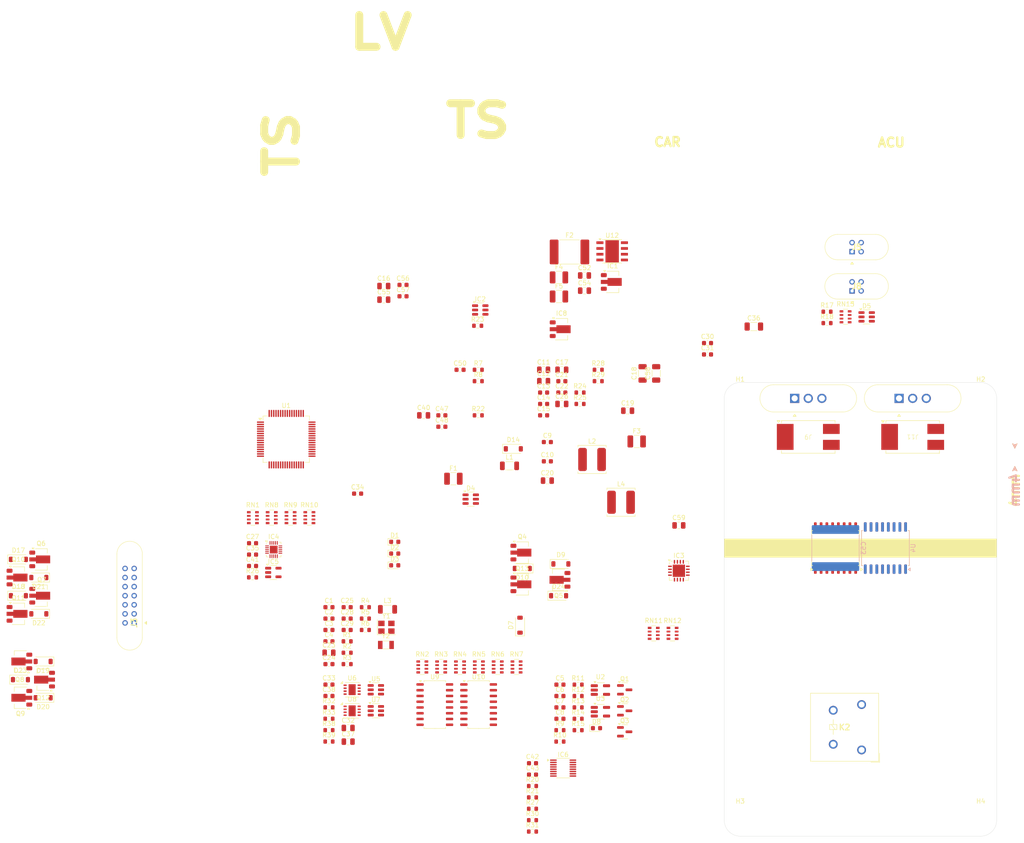
<source format=kicad_pcb>
(kicad_pcb (version 20240108) (generator "pcbnew") (generator_version "8.0")
  (layers (0 "F.Cu" jumper) (1 "In1.Cu" signal) (2 "In2.Cu" signal) (31 "B.Cu" signal) (34 "B.Paste" user) (35 "F.Paste" user) (36 "B.SilkS" user "B.Silkscreen") (37 "F.SilkS" user "F.Silkscreen") (38 "B.Mask" user) (39 "F.Mask" user) (44 "Edge.Cuts" user))
  (net 0 "")
  (net 1 "GND")
  (net 2 "+5V")
  (net 3 "+3V3")
  (net 4 "VBUS")
  (net 5 "D+")
  (net 6 "VDD")
  (net 7 "/MCU/CLK_OUT")
  (net 8 "/MCU_D-")
  (net 9 "/MCU_D+")
  (net 10 "Net-(C15-Pad1)")
  (net 11 "Net-(D2-K)")
  (net 12 "D-")
  (net 13 "/Power/SW_12V")
  (net 14 "+12V")
  (net 15 "Net-(Q5-G)")
  (net 16 "Net-(Q6-G)")
  (net 17 "Net-(D1-K)")
  (net 18 "Net-(D8-A)")
  (net 19 "CANFD1+")
  (net 20 "CANFD2+")
  (net 21 "CANFD1-")
  (net 22 "CANFD2-")
  (net 23 "/MCU_CANFD2_RX")
  (net 24 "/MCU_CANFD2_TX")
  (net 25 "/MCU_CANFD1_RX")
  (net 26 "/MCU_CANFD1_TX")
  (net 27 "/MCU/CLK_IN")
  (net 28 "/MCU/RTC_CLK_IN")
  (net 29 "/MCU/RTC_CLK_OUT")
  (net 30 "Net-(IC2-FB)")
  (net 31 "Net-(D3-K)")
  (net 32 "Net-(Q7-G)")
  (net 33 "Net-(Q9-G)")
  (net 34 "Net-(Q12-G)")
  (net 35 "Net-(Q13-G)")
  (net 36 "Net-(FL1-Pad2)")
  (net 37 "Net-(FL1-Pad3)")
  (net 38 "EX_VBUS")
  (net 39 "/Safety/IN_DELAY")
  (net 40 "Net-(J6-CC2)")
  (net 41 "Net-(J6-CC1)")
  (net 42 "Net-(Q4-G)")
  (net 43 "Net-(Q8-G)")
  (net 44 "Net-(Q10-G)")
  (net 45 "Net-(Q11-G)")
  (net 46 "Net-(R32-Pad1)")
  (net 47 "Net-(R33-Pad2)")
  (net 48 "Net-(R38-Pad1)")
  (net 49 "Net-(R39-Pad2)")
  (net 50 "/Safety/CAP_VOLT")
  (net 51 "Net-(U1B-VDDA)")
  (net 52 "Net-(IC3D-+)")
  (net 53 "Net-(J5-Pin_3)")
  (net 54 "Net-(IC3A-+)")
  (net 55 "Net-(RN13C-R3.1)")
  (net 56 "Net-(IC3B-+)")
  (net 57 "/Safety/RELAY-")
  (net 58 "/AIR Control/DRAIN1")
  (net 59 "TSMS")
  (net 60 "/AIR Control/DRAIN2")
  (net 61 "/FAN1-")
  (net 62 "/FAN5-")
  (net 63 "/FAN2-")
  (net 64 "/FAN6-")
  (net 65 "/FAN3-")
  (net 66 "/FAN7-")
  (net 67 "/FAN4-")
  (net 68 "/AIR Control/DRAIN3")
  (net 101 "/Safety/EDGE_DETECT")
  (net 102 "/Safety/AMS_OK")
  (net 103 "/Safety/AMS_FAULT")
  (net 104 "/MCU/SIGNAL_LED_3")
  (net 105 "/MCU/SIGNAL_LED_2")
  (net 106 "/MCU/SIGNAL_LED_1")
  (net 107 "/MCU/NRST")
  (net 108 "/MCU/MES_MISO")
  (net 109 "/MCU/LTC_MISO")
  (net 110 "/AIR Control/SIGNAL1")
  (net 111 "/AIR Control/SIGNAL2")
  (net 112 "/Fan drivers/FAN1_CTRL")
  (net 113 "/Fan drivers/FAN5_CTRL")
  (net 114 "/Fan drivers/FAN2_CTRL")
  (net 115 "/Fan drivers/FAN6_CTRL")
  (net 116 "/Fan drivers/FAN3_CTRL")
  (net 117 "/Fan drivers/FAN7_CTRL")
  (net 118 "/Fan drivers/FAN4_CTRL")
  (net 119 "/AIR Control/SIGNAL3")
  (net 120 "Net-(RN2B-R2.1)")
  (net 121 "Net-(RN2C-R3.1)")
  (net 122 "Net-(RN2D-R4.1)")
  (net 123 "Net-(RN2D-R4.2)")
  (net 124 "Net-(RN2A-R1.1)")
  (net 125 "Net-(RN2C-R3.2)")
  (net 126 "Net-(RN2B-R2.2)")
  (net 127 "Net-(RN2A-R1.2)")
  (net 129 "Net-(RN3B-R2.1)")
  (net 130 "Net-(RN3C-R3.1)")
  (net 132 "Net-(IC3C-+)")
  (net 133 "Net-(RN3D-R4.1)")
  (net 135 "Net-(RN3A-R1.1)")
  (net 137 "+3.3V")
  (net 140 "/Opto Isolation/OPT_IN6")
  (net 141 "/Opto Isolation/OPT_IN7")
  (net 142 "/Opto Isolation/OPT_IN5")
  (net 143 "/Opto Isolation/OPT_IN8")
  (net 144 "/Opto Isolation/~{OPT_OUT4}")
  (net 145 "Net-(RN6B-R2.1)")
  (net 146 "Net-(RN6D-R4.1)")
  (net 147 "Net-(RN6C-R3.1)")
  (net 148 "Net-(RN6A-R1.1)")
  (net 149 "/Opto Isolation/~{OPT_OUT3}")
  (net 150 "/Opto Isolation/~{OPT_OUT1}")
  (net 151 "/Opto Isolation/~{OPT_OUT2}")
  (net 152 "/Opto Isolation/OPT_IN1")
  (net 154 "/MCU/FAN_6_CTRL")
  (net 156 "/MCU/LTC_SCK")
  (net 157 "/MCU/FAN_5_CTRL")
  (net 158 "/MCU/SENS_IMD")
  (net 159 "/MCU/MCU_CANFD1_RX")
  (net 160 "/MCU/SIGNAL_AIR_M")
  (net 161 "/MCU/MCU_D+")
  (net 162 "/MCU/FAN_7_CTRL")
  (net 163 "/MCU/MCU_CANFD1_TX")
  (net 164 "/MCU/SWDIO")
  (net 165 "/MCU/MES_SCK")
  (net 166 "/MCU/DETECT_CHARGER")
  (net 167 "/MCU/BOOT")
  (net 168 "/MCU/~{MES_EXT_I_CS}")
  (net 169 "/MCU/~{MES_V_ACU_CS}")
  (net 170 "/MCU/SIGNAL_AMS_FAULT")
  (net 171 "/MCU/FAN_2_CTRL")
  (net 172 "/MCU/MCU_CANFD2_TX")
  (net 173 "/MCU/DETECT_AIR_PRE")
  (net 175 "/MCU/SIGNAL_AIR_PRE")
  (net 176 "/MCU/DETECT_AIR_P")
  (net 178 "/MCU/SIGNAL_AIR_P")
  (net 179 "/MCU/LTC_MOSI")
  (net 180 "/MCU/MES_MOSI")
  (net 181 "/MCU/SWCLK")
  (net 182 "/MCU/LTC_1_~{CS}")
  (net 185 "/MCU/FAN_4_CTRL")
  (net 186 "/MCU/~{MES_V_CAR_CS}")
  (net 187 "/MCU/~{MES_EXT_V_CS}")
  (net 188 "/MCU/MCU_D-")
  (net 189 "/MCU/FAN_3_CTRL")
  (net 190 "/MCU/DETECT_TSMS")
  (net 191 "/MCU/~{MES_I_SENS_CS}")
  (net 192 "/MCU/FAN_1_CTRL")
  (net 193 "/MCU/DETECT_AIR_M")
  (net 194 "/MCU/MCU_CANFD2_RX")
  (net 195 "/MCU/LTC_2_~{CS}")
  (net 196 "/I+")
  (net 197 "/I-")
  (net 198 "Net-(IC2-BOOT)")
  (net 199 "Net-(IC2-EN)")
  (net 200 "Net-(J7-Pin_1)")
  (net 202 "GNDISO")
  (net 203 "+3.3VISO")
  (net 204 "+5VISO")
  (net 205 "Net-(J10-Pin_1)")
  (net 207 "Net-(U12-VCC)")
  (net 208 "Net-(U12-BOOT)")
  (net 209 "Net-(IC2-VIN)")
  (net 210 "Net-(IC1-VI)")
  (net 211 "Net-(U12-EN)")
  (net 212 "Net-(U12-FB)")
  (net 214 "/Power/SW_5V")
  (net 215 "12V")
  (net 218 "/ACU_V")
  (net 219 "/CAR_I_ADC")
  (net 224 "/OUT+")
  (net 225 "/Opto Isolation/OPT_IN3")
  (net 226 "/Opto Isolation/OPT_IN2")
  (net 227 "/OUT-")
  (net 228 "Net-(J8-Pin_3)")
  (net 229 "/Opto Isolation/OPT_IN4")
  (net 230 "/Opto Isolation/~{OPT_OUT5}")
  (net 231 "/CAR_I")
  (net 232 "/CAR_V")
  (net 233 "/CAR_V_ADC")
  (net 234 "/ACU_V_ADC")
  (net 237 "/CAR_I_REF_ADC")
  (net 238 "Net-(IC4-CAP)")
  (net 239 "/CAR_I_REF")
  (net 251 "/8.192MHZ")
  (net 252 "Net-(IC5-SET)")
  (net 260 "Net-(IC6-ICMP)")
  (net 262 "Net-(IC6-IBIAS)")
  (net 263 "AMS_SAFETY_1")
  (net 264 "AMS_SAFETY_2")
  (net 265 "/Safety/IN")
  (net 270 "/Opto Isolation/~{OPT_OUT6}")
  (net 271 "/Opto Isolation/~{OPT_OUT7}")
  (net 272 "/Opto Isolation/~{OPT_OUT8}")
  (footprint "Resistor_SMD:R_Array_Convex_4x0603" (layer "F.Cu") (at 152.6325 107.705)
    (property "Reference" "RN3")
    (property "Value" "500")
  )
  (footprint "Resistor_SMD:R_Array_Convex_4x0603" (layer "F.Cu") (at 203.6 100.3)
    (property "Reference" "RN12")
    (property "Value" "10k")
  )
  (footprint "Resistor_SMD:R_0603_1608Metric" (layer "F.Cu") (at 172.75 136.46)
    (property "Reference" "R21")
    (property "Value" "0")
  )
  (footprint "Capacitor_SMD:C_0603_1608Metric" (layer "F.Cu") (at 211.305 38.825)
    (property "Reference" "C31")
    (property "Value" "10nF")
  )
  (footprint "Diode_SMD:D_SOD-123" (layer "F.Cu") (at 170.5 86 180)
    (property "Reference" "D10")
    (property "Value" "VSSB410S-E3/52T")
  )
  (footprint "Resistor_SMD:R_Array_Convex_4x0603" (layer "F.Cu") (at 156.7825 107.705)
    (property "Reference" "RN4")
    (property "Value" "4x10k")
  )
  (footprint "Package_DFN_QFN:DFN-8-1EP_3x3mm_P0.65mm_EP1.55x2.4mm" (layer "F.Cu") (at 133.0175 112.72)
    (property "Reference" "U6")
    (property "Value" "MCP2542FD-E/MF")
  )
  (footprint "Fuse:Fuse_1210_3225Metric" (layer "F.Cu") (at 178.58 26.055)
    (property "Reference" "F5")
    (property "Value" "16V/0.5A")
  )
  (footprint "Capacitor_SMD:C_0603_1608Metric" (layer "F.Cu") (at 127.9125 114.105)
    (property "Reference" "C38")
    (property "Value" "100nF")
  )
  (footprint "Resistor_SMD:R_Array_Convex_4x0603" (layer "F.Cu") (at 199.45 100.3)
    (property "Reference" "RN11")
    (property "Value" "100")
  )
  (footprint "Package_SO:SOIC-16_4.55x10.3mm_P1.27mm" (layer "F.Cu") (at 151.2325 116.005)
    (property "Reference" "U9")
    (property "Value" "TLP293-4")
  )
  (footprint "Capacitor_SMD:C_0603_1608Metric" (layer "F.Cu") (at 176.0225 62.385)
    (property "Reference" "C10")
    (property "Value" "100nF")
  )
  (footprint "LED_SMD:LED_0603_1608Metric" (layer "F.Cu") (at 186.8525 121.195)
    (property "Reference" "D8")
    (property "Value" "SML-D12U1WT86")
  )
  (footprint "Resistor_SMD:R_0603_1608Metric" (layer "F.Cu") (at 172.75 133.95)
    (property "Reference" "R20")
    (property "Value" "0")
  )
  (footprint "Capacitor_SMD:C_1206_3216Metric" (layer "F.Cu") (at 200 43 90)
    (property "Reference" "C58")
    (property "Value" "10nF/1kV")
  )
  (footprint "Package_TO_SOT_SMD:SOT-23-6" (layer "F.Cu") (at 138.2425 117.365)
    (property "Reference" "U7")
    (property "Value" "USBLC6-2SC6")
  )
  (footprint "Diode_SMD:D_SOD-123" (layer "F.Cu") (at 64.95 106.5 180)
    (property "Reference" "D19")
    (property "Value" "CDBU0530")
  )
  (footprint "Resistor_SMD:R_0603_1608Metric" (layer "F.Cu") (at 160.675 32.5)
    (property "Reference" "R23")
    (property "Value" "510k")
  )
  (footprint "Package_TO_SOT_SMD:SOT-23-6" (layer "F.Cu") (at 161.245 29.025)
    (property "Reference" "IC2")
    (property "Value" "TPS54202HDDCR")
  )
  (footprint "LED_SMD:LED_0603_1608Metric" (layer "F.Cu") (at 142.4025 85.305)
    (property "Reference" "D3")
    (property "Value" "SML-D12U1WT86")
  )
  (footprint "Capacitor_SMD:C_0805_2012Metric" (layer "F.Cu") (at 179.2125 42.205)
    (property "Reference" "C17")
    (property "Value" "22uF")
  )
  (footprint "Resistor_SMD:R_0603_1608Metric" (layer "F.Cu") (at 135.9325 97.045)
    (property "Reference" "R5")
    (property "Value" "1k")
  )
  (footprint "Package_TO_SOT_SMD:SOT-23-6" (layer "F.Cu") (at 138.2425 112.74)
    (property "Reference" "U5")
    (property "Value" "USBLC6-2SC6")
  )
  (footprint "Diode_SMD:D_SOD-123" (layer "F.Cu") (at 59.5 84)
    (property "Reference" "D17")
    (property "Value" "CDBU0530")
  )
  (footprint "Package_DFN_QFN:WQFN-20-1EP_3x3mm_P0.4mm_EP1.7x1.7mm" (layer "F.Cu") (at 115.74 81.83)
    (property "Reference" "IC4")
    (property "Value" "ADS131M04")
  )
  (footprint "Capacitor_SMD:C_0603_1608Metric" (layer "F.Cu") (at 175.2025 52.245)
    (property "Reference" "C15")
    (property "Value" "100nF")
  )
  (footprint "Resistor_SMD:R_0603_1608Metric" (layer "F.Cu") (at 183.2225 47.225)
    (property "Reference" "R24")
    (property "Value" "9k")
  )
  (footprint "Package_TO_SOT_SMD:SOT-23-6" (layer "F.Cu") (at 159.1425 70.72)
    (property "Reference" "D4")
    (property "Value" "ESDA5V3SC5")
  )
  (footprint "Capacitor_SMD:C_0603_1608Metric" (layer "F.Cu") (at 175.2025 47.225)
    (property "Reference" "C13")
    (property "Value" "1uF")
  )
  (footprint "Samacsys:M80-51014YY" (layer "F.Cu") (at 84 92 90)
    (property "Reference" "J3")
    (property "Value" "M80-51014XX" (hide yes))
  )
  (footprint "Package_TO_SOT_SMD:SOT-23-5" (layer "F.Cu") (at 115.66 86.885)
    (property "Reference" "IC5")
    (property "Value" "LTC1799")
  )
  (footprint "Samacsys:M80-51004YY" (layer "F.Cu") (at 244.1525 15.165)
    (property "Reference" "J5")
    (property "Value" "M80-51004XX" (hide yes))
  )
  (footprint "Samacsys:M300MV10345M1" (layer "F.Cu") (at 233.5 48.5 180)
    (property "Reference" "J10" (hide yes))
    (property "Value" "M300-MV10345M1" (hide yes))
  )
  (footprint "MountingHole:MountingHole_3.2mm_M3" (layer "F.Cu") (at 271.5 141.5)
    (property "Reference" "H4")
    (property "Value" "M3")
  )
  (footprint "Capacitor_SMD:C_0603_1608Metric" (layer "F.Cu") (at 179.2125 44.715)
    (property "Reference" "C21")
    (property "Value" "100nF")
  )
  (footprint "MountingHole:MountingHole_3.2mm_M3" (layer "F.Cu") (at 218.5 48.5)
    (property "Reference" "H1")
    (property "Value" "M3")
  )
  (footprint "Capacitor_SMD:C_0805_2012Metric" (layer "F.Cu") (at 193.7125 51.225)
    (property "Reference" "C19")
    (property "Value" "22uF")
  )
  (footprint "Capacitor_SMD:C_0805_2012Metric" (layer "F.Cu") (at 184.21 24.765)
    (property "Reference" "C54")
    (property "Value" "22uF")
  )
  (footprint "Capacitor_SMD:C_0603_1608Metric" (layer "F.Cu") (at 111.08 82.94)
    (property "Reference" "C35")
    (property "Value" "100nF")
  )
  (footprint "Capacitor_SMD:C_1206_3216Metric" (layer "F.Cu") (at 197 43 90)
    (property "Reference" "C18")
    (property "Value" "10nF/1kV")
  )
  (footprint "Capacitor_SMD:C_0603_1608Metric" (layer "F.Cu") (at 178.7925 114.115)
    (property "Reference" "C6")
    (property "Value" "100nF")
  )
  (footprint "Capacitor_SMD:C_0603_1608Metric" (layer "F.Cu") (at 134.225 69.5)
    (property "Reference" "C34")
    (property "Value" "10nF")
  )
  (footprint "Package_TO_SOT_SMD:SOT-89-3" (layer "F.Cu") (at 170.5 89.5)
    (property "Reference" "Q13")
    (property "Value" "2SK3065")
  )
  (footprint "Samacsys:CDMM20M0F2500DET" (layer "F.Cu") (at 233.5 57 180)
    (property "Reference" "J9")
    (property "Value" "CDMM20M0F2500DET")
  )
  (footprint "Inductor_SMD:L_1206_3216Metric" (layer "F.Cu") (at 167.6825 63.375)
    (property "Reference" "L1")
    (property "Value" "4.7uH")
  )
  (footprint "Capacitor_SMD:C_0805_2012Metric" (layer "F.Cu") (at 179.2125 49.735)
    (property "Reference" "C26")
    (property "Value" "22uF")
  )
  (footprint "Package_DFN_QFN:QFN-16-1EP_4x4mm_P0.65mm_EP2.7x2.7mm" (layer "F.Cu") (at 205 86.5)
    (property "Reference" "IC3")
    (property "Value" "OPA1679-Q1")
  )
  (footprint "Resistor_SMD:R_0603_1608Metric" (layer "F.Cu") (at 182.8025 114.115)
    (property "Reference" "R12")
    (property "Value" "1M")
  )
  (footprint "Package_TO_SOT_SMD:SOT-23-5_HandSoldering" (layer "F.Cu") (at 187.7125 117.575)
    (property "Reference" "U3")
    (property "Value" "74AUP1G32")
  )
  (footprint "Resistor_SMD:R_0603_1608Metric" (layer "F.Cu") (at 182.8025 111.605)
    (property "Reference" "R11")
    (property "Value" "10k")
  )
  (footprint "Capacitor_SMD:C_0603_1608Metric" (layer "F.Cu") (at 131.9225 97.045)
    (property "Reference" "C28")
    (property "Value" "100nF")
  )
  (footprint "Resistor_SMD:R_0603_1608Metric" (layer "F.Cu") (at 127.9125 116.615)
    (property "Reference" "R32")
    (property "Value" "33R")
  )
  (footprint "Capacitor_SMD:C_0805_2012Metric" (layer "F.Cu") (at 176.0225 66.635)
    (property "Reference" "C20")
    (property "Value" "22uF")
  )
  (footprint "Diode_SMD:D_SOD-123" (layer "F.Cu") (at 64.95 114.5 180)
    (property "Reference" "D20")
    (property "Value" "CDBU0530")
  )
  (footprint "Resistor_SMD:R_0603_1608Metric" (layer "F.Cu") (at 172.75 141.48)
    (property "Reference" "R30")
    (property "Value" "1k")
  )
  (footprint "Resistor_SMD:R_Array_Convex_4x0603" (layer "F.Cu") (at 111.15 74.8)
    (property "Reference" "RN1")
    (property "Value" "100")
  )
  (footprint "Capacitor_SMD:C_0603_1608Metric" (layer "F.Cu") (at 127.9125 99.555)
    (property "Reference" "C3")
    (property "Value" "25pF")
  )
  (footprint "Diode_SMD:D_SOD-123" (layer "F.Cu") (at 178.5 92)
    (property "Reference" "D24")
    (property "Value" "VSSB410S-E3/52T")
  )
  (footprint "Resistor_SMD:R_0603_1608Metric" (layer "F.Cu") (at 127.9125 124.145)
    (property "Reference" "R39")
    (property "Value" "33R")
  )
  (footprint "Capacitor_SMD:C_0603_1608Metric" (layer "F.Cu") (at 152.7825 52.245)
    (property "Reference" "C47")
    (property "Value" "100nF")
  )
  (footprint "MountingHole:MountingHole_3.2mm_M3" (layer "F.Cu") (at 271.5 48.5)
    (property "Reference" "H2")
    (property "Value" "M3")
  )
  (footprint "Crystal:Crystal_SMD_3215-2Pin_3.2x1.5mm" (layer "F.Cu") (at 140.4625 102.855)
    (property "Reference" "Y2")
    (property "Value" "Q13FC1350000400")
  )
  (footprint "Resistor_SMD:R_0603_1608Metric" (layer "F.Cu") (at 182.8025 116.625)
    (property "Reference" "R13")
    (property "Value" "10k")
  )
  (footprint "Resistor_SMD:R_0603_1608Metric" (layer "F.Cu") (at 135.9325 94.535)
    (property "Reference" "R4")
    (property "Value" "1k")
  )
  (footprint "Fuse:Fuse_2920_7451Metric" (layer "F.Cu") (at 180.9 16.235)
    (property "Reference" "F2")
    (property "Value" "5A/24V")
  )
  (footprint "Capacitor_SMD:C_1206_3216Metric" (layer "F.Cu") (at 221.5125 32.675)
    (property "Reference" "C36")
    (property "Value" "10nF/1kV")
  )
  (footprint "Capacitor_SMD:C_0603_1608Metric" (layer "F.Cu") (at 179.2125 47.225)
    (property "Reference" "C22")
    (property "Value" "100nF")
  )
  (footprint "Samacsys:M80-51004YY" (layer "F.Cu") (at 244.1525 23.82)
    (property "Reference" "J8")
    (property "Value" "M80-51004XX" (hide yes))
  )
  (footprint "Package_TO_SOT_SMD:SOT-89-3" (layer "F.Cu") (at 179.15 33.26)
    (property "Reference" "IC8")
    (property "Value" "3.3V/0.6A")
  )
  (footprint "Capacitor_SMD:C_0603_1608Metric" (layer "F.Cu") (at 144.225 23.49)
    (property "Reference" "C56")
    (property "Value" "100nF")
  )
  (footprint "Resistor_SMD:R_0603_1608Metric" (layer "F.Cu") (at 127.9125 121.635)
    (property "Reference" "R38")
    (property "Value" "33R")
  )
  (footprint "Inductor_SMD:L_TDK_VLS6045EX_VLS6045AF" (layer "F.Cu") (at 192.2575 71.4)
    (property "Reference" "L4")
    (property "Value" "68uF")
  )
  (footprint "Capacitor_SMD:C_0603_1608Metric" (layer "F.Cu") (at 152.7825 54.755)
    (property "Reference" "C48")
    (property "Value" "100nF")
  )
  (footprint "Diode_SMD:D_SOD-123" (layer "F.Cu") (at 64 88 180)
    (property "Reference" "D21")
    (property "Value" "CDBU0530")
  )
  (footprint "Capacitor_SMD:C_0603_1608Metric" (layer "F.Cu") (at 176.0225 58.135)
    (property "Reference" "C9")
    (property "Value" "100nF")
  )
  (footprint "Resistor_SMD:R_0603_1608Metric" (layer "F.Cu") (at 131.9225 104.575)
    (property "Reference" "R2")
    (property "Value" "1k")
  )
  (footprint "Capacitor_SMD:C_0603_1608Metric" (layer "F.Cu") (at 178.7925 111.605)
    (property "Reference" "C5")
    (property "Value" "100nF")
  )
  (footprint "Resistor_SMD:R_0603_1608Metric" (layer "F.Cu") (at 131.9225 107.085)
    (property "Reference" "R3")
    (property "Value" "1k")
  )
  (footprint "Resistor_SMD:R_0603_1608Metric" (layer "F.Cu") (at 182.8025 121.645)
    (property "Reference" "R15")
    (property "Value" "1k")
  )
  (footprint "Capacitor_SMD:C_0603_1608Metric" (layer "F.Cu") (at 172.75 128.93)
    (property "Reference" "C42")
    (property "Value" "100nF")
  )
  (footprint "Resistor_SMD:R_0603_1608Metric" (layer "F.Cu") (at 131.9225 102.065)
    (property "Reference" "R1")
    (property "Value" "1k")
  )
  (footprint "Package_TO_SOT_SMD:SOT-23" (layer "F.Cu") (at 193.0625 117.375)
    (property "Reference" "Q2")
    (property "Value" "2N7002")
  )
  (footprint "Package_SO:SOIC-16W_7.5x10.3mm_P1.27mm" (layer "F.Cu") (at 239.5 81.5 90)
    (property "Reference" "IC11")
    (property "Value" "ISO6760")
  )
  (footprint "Capacitor_SMD:C_0805_2012Metric" (layer "F.Cu") (at 175.2025 44.715)
    (property "Reference" "C12")
    (property "Value" "22uF")
  )
  (footprint "Samacsys:M300MV10345M1" (layer "F.Cu") (at 256.5 48.5 180)
    (property "Reference" "J7" (hide yes))
    (property "Value" "M300-MV10345M1" (hide yes))
  )
  (footprint "Package_QFP:LQFP-64_10x10mm_P0.5mm" (layer "F.Cu") (at 118.5 57.5)
    (property "Reference" "U1")
    (property "Value" "STM32G484RETx")
  )
  (footprint "Resistor_SMD:R_Array_Convex_4x0603" (layer "F.Cu") (at 123.6 74.8)
    (property "Reference" "RN10")
    (property "Value" "10k")
  )
  (footprint "Capacitor_SMD:C_0603_1608Metric" (layer "F.Cu") (at 127.9125 94.535)
    (property "Reference" "C1")
    (property "Value" "20pF")
  )
  (footprint "Resistor_SMD:R_0603_1608Metric" (layer "F.Cu") (at 183.2225 49.735)
    (property "Reference" "R25")
    (property "Value" "100k")
  )
  (footprint "Capacitor_SMD:C_0603_1608Metric" (layer "F.Cu") (at 172.75 131.44)
    (property "Reference" "C43")
    (property "Value" "100nF")
  )
  (footprint "Package_TO_SOT_SMD:SOT-89-3" (layer "F.Cu") (at 64.5 92)
    (property "Reference" "Q7")
    (property "Value" "2SK3065")
  )
  (footprint "Diode_SMD:D_SOD-123" (layer "F.Cu") (at 59.95 110.5)
    (property "Reference" "D23")
    (property "Value" "CDBU0530")
  )
  (footprint "Capacitor_SMD:C_0603_1608Metric" (layer "F.Cu") (at 111.08 80.43)
    (property "Reference" "C27")
    (property "Value" "220nF")
  )
  (footprint "Samacsys:PB134024" (layer "F.Cu") (at 241.5 121)
    (property "Reference" "K2")
    (property "Value" "PB134024" (hide yes))
  )
  (footprint "Package_TO_SOT_SMD:SOT-89-3" (layer "F.Cu") (at 170.5 82.5)
    (property "Reference" "Q4")
    (property "Value" "2SK3065")
  )
  (footprint "Package_DFN_QFN:DFN-8-1EP_3x3mm_P0.65mm_EP1.55x2.4mm" (layer "F.Cu") (at 133.0175 117.375)
    (property "Reference" "U8")
    (property "Value" "MCP2542FD-E/MF")
  )
  (footprint "Package_TO_SOT_SMD:SOT-89-3" (layer "F.Cu") (at 59.95 114.5 180)
    (property "Reference" "Q9")
    (property "Value" "2SK3065")
  )
  (footprint "Resistor_SMD:R_0603_1608Metric" (layer "F.Cu") (at 135.9325 99.555)
    (property "Reference" "R6")
    (property "Value" "1k")
  )
  (footprint "Capacitor_SMD:C_0603_1608Metric" (layer "F.Cu") (at 131.9225 94.535)
    (property "Reference" "C25")
    (property "Value" "100nF")
  )
  (footprint "Capacitor_SMD:C_0805_2012Metric" (layer "F.Cu") (at 175.2025 42.205)
    (property "Reference" "C11")
    (property "Value" "22uF")
  )
  (footprint "Package_TO_SOT_SMD:SOT-23" (layer "F.Cu") (at 193.0625 122)
    (property "Reference" "Q3")
    (property "Value" "2N7002")
  )
  (footprint "Inductor_SMD:L_TDK_VLS6045EX_VLS6045AF" (layer "F.Cu") (at 185.8725 61.97)
    (property "Reference" "L2")
    (property "Value" "6.8uF")
  )
  (footprint "Crystal:Crystal_SMD_3225-4Pin_3.2x2.5mm" (layer "F.Cu") (at 140.5625 98.955)
    (property "Reference" "Y1")
    (property "Value" "X322516MLB4SI")
  )
  (footprint "Diode_SMD:D_SOD-123" (layer "F.Cu") (at 179 85)
    (property "Reference" "D9")
    (property "Value" "VSSB410S-E3/52T")
  )
  (footprint "Capacitor_SMD:C_0805_2012Metric" (layer "F.Cu") (at 184.21 21.415)
    (property "Reference" "C52")
    (property "Value" "22uF")
  )
  (footprint "Package_TO_SOT_SMD:SOT-89-3" (layer "F.Cu") (at 64.95 110.5 180)
    (property "Reference" "Q12")
    (property "Value" "2SK3065")
  )
  (footprint "Package_TO_SOT_SMD:SOT-23-5_HandSoldering" (layer "F.Cu") (at 187.7125 112.8)
    (property "Reference" "U2")
    (property "Value" "74LVC1G86")
  )
  (footprint "Package_SO:Texas_HSOP-8-1EP_3.9x4.9mm_P1.27mm" (layer "F.Cu") (at 190.3 16.095)
    (property "Reference" "U12")
    (property "Value" "LMR33640DDDA")
  )
  (footprint "Package_SO:SOIC-16_4.55x10.3mm_P1.27mm" (layer "F.Cu") (at 160.8825 116.005)
    (property "Reference" "U10")
    (property "Value" "TLP293-4")
  )
  (footprint "Capacitor_SMD:C_0805_2012Metric" (layer "F.Cu") (at 139.995 26.75)
    (property "Reference" "C55")
    (property "Value" "22uF")
  )
  (footprint "Samacsys:CDMM20M0F2500DET" (layer "F.Cu") (at 256.5 57 180)
    (property "Reference" "J11")
    (property "Value" "CDMM20M0F2500DET")
  )
  (footprint "Diode_SMD:D_SOD-123" (layer "F.Cu") (at 170 98.5 90)
    (property "Reference" "D7")
    (property "Value" "SS16-LTP")
  )
  (footprint "Resistor_SMD:R_0603_1608Metric" (layer "F.Cu") (at 111.08 87.96)
    (property "Reference" "R26")
    (property "Value" "8.2k")
  )
  (footprint "Inductor_SMD:L_1206_3216Metric" (layer "F.Cu") (at 140.8125 95.005)
    (property "Reference" "L3")
    (property "Value" "4.7uH")
  )
  (footprint "Resistor_SMD:R_Array_Convex_4x0603" (layer "F.Cu") (at 169.2325 107.705)
    (property "Reference" "RN7")
    (property "Value" "4x10k")
  )
  (footprint "Resistor_SMD:R_Array_Convex_4x0603" (layer "F.Cu") (at 148.4825 107.705)
    (property "Reference" "RN2")
    (property "Value" "2k")
  )
  (footprint "Package_TO_SOT_SMD:SOT-89-3" (layer "F.Cu") (at 64.5 84)
    (property "Reference" "Q6")
    (property "Value" "2SK3065")
  )
  (footprint "Resistor_SMD:R_Array_Convex_4x0603" (layer "F.Cu") (at 241.7125 30.525)
    (property "Reference" "RN13")
    (property "Value" "100")
  )
  (footprint "Resistor_SMD:R_0603_1608Metric" (layer "F.Cu") (at 182.8025 119.135)
    (property "Reference" "R14")
    (property "Value" "10k")
  )
  (footprint "Package_SO:MSOP-16_3x4.039mm_P0.5mm" (layer "F.Cu") (at 179.5 130)
    (property "Reference" "IC6")
    (property "Value" "LTC6820IMS")
  )
  (footprint "Capacitor_SMD:C_0805_2012Metric" (layer "F.Cu") (at 132.1425 124.165)
    (property "Reference" "C37")
    (property "Value" "100nF")
  )
  (footprint "Capacitor_SMD:C_0603_1608Metric" (layer "F.Cu") (at 178.7925 119.135)
    (property "Reference" "C8")
    (property "Value" "100nF")
  )
  (footprint "Capacitor_SMD:C_0805_2012Metric" (layer "F.Cu") (at 127.9125 104.575)
    (property "Reference" "C23")
    (property "Value" "22uF")
  )
  (footprint "Resistor_SMD:R_0603_1608Metric" (layer "F.Cu") (at 172.75 143.99)
    (property "Reference" "R31")
    (property "Value" "1k")
  )
  (footprint "LED_SMD:LED_0603_1608Metric" (layer "F.Cu") (at 142.4025 82.715)
    (property "Reference" "D2")
    (property "Value" "SML-D12U1WT86")
  )
  (footprint "Package_SO:SOIC-16W_7.5x10.3mm_P1.27mm" (layer "F.Cu") (at 250.5 81.5 90)
    (property "Reference" "IC7")
    (property "Value" "ISO6760")
  )
  (footprint "Package_TO_SOT_SMD:SOT-89-3" (layer "F.Cu") (at 59.5 96)
    (property "Reference" "Q11")
    (property "Value" "2SK3065")
  )
  (footprint "Capacitor_SMD:C_0603_1608Metric" (layer "F.Cu") (at 127.9125 102.065)
    (property "Reference" "C4")
    (property "Value" "25pF")
  )
  (footprint "Diode_SMD:D_SOD-123" (layer "F.Cu") (at 64 96 180)
    (property "Reference" "D22")
    (property "Value" "CDBU0530")
  )
  (footprint "Fuse:Fuse_1210_3225Metric" (layer "F.Cu") (at 178.58 21.845)
    (property "Reference" "F4")
    (property "Value" "16V/0.5A")
  )
  (footprint "Capacitor_SMD:C_0805_2012Metric" (layer "F.Cu") (at 132.1425 121.155)
    (property "Reference" "C32")
    (property "Value" "100nF")
  )
  (footprint "Capacitor_SMD:C_0805_2012Metric" (layer "F.Cu") (at 205 76.5)
    (property "Reference" "C59")
    (property "Value" "22uF")
  )
  (footprint "Diode_SMD:D_SOD-123" (layer "F.Cu") (at 59.5 92)
    (property "Reference" "D18")
    (property "Value" "CDBU0530")
  )
  (footprint "Capacitor_SMD:C_0603_1608Metric" (layer "F.Cu") (at 175.2025 49.735)
    (property "Reference" "C14")
    (property "Value" "1uF")
  )
  (footprint "Capacitor_SMD:C_0805_2012Metric" (layer "F.Cu") (at 139.995 23.74)
    (property "Reference" "C16")
    (property "Value" "22uF")
  )
  (footprint "LED_SMD:LED_0603_1608Metric" (layer "F.Cu") (at 142.4025 80.125)
    (property "Reference" "D1")
    (property "Value" "SML-D12U1WT86")
  )
  (footprint "Resistor_SMD:R_0603_1608Metric" (layer "F.Cu") (at 187.2325 44.715)
    (property "Reference" "R29")
    (property "Value" "13.3k")
  )
  (footprint "Capacitor_SMD:C_0603_1608Metric" (layer "F.Cu") (at 131.9225 99.555)
    (property "Reference" "C29")
    (property "Value" "100nF")
  )
  (footprint "Resistor_SMD:R_0603_1608Metric" (layer "F.Cu") (at 237.6325 29.405)
    (property "Reference" "R17")
    (property "Value" "10k")
  )
  (footprint "Resistor_SMD:R_0603_1608Metric" (layer "F.Cu") (at 172.75 138.97)
    (property "Reference" "R27")
    (property "Value" "0")
  )
  (footprint "Resistor_SMD:R_0603_1608Metric" (layer "F.Cu") (at 187.2325 42.205)
    (property "Reference" "R28")
    (property "Value" "100k")
  )
  (footprint "Package_TO_SOT_SMD:SOT-23" (layer "F.Cu") (at 193.0625 112.75)
    (property "Reference" "Q1")
    (property "Value" "2N7002")
  )
  (footprint "Resistor_SMD:R_0603_1608Metric" (layer "F.Cu") (at 178.7925 124.155)
    (property "Reference" "R10")
    (property "Value" "100k")
  )
  (footprint "Package_TO_SOT_SMD:SOT-89-3" (layer "F.Cu") (at 190.41 22.84)
    (property "Reference" "IC1")
    (property "Value" "3.3V/0.6A")
  )
  (footprint "Package_TO_SOT_SMD:SOT-89-3" (layer "F.Cu") (at 59.95 106.5 180)
    (property "Reference" "Q8")
    (property "Value" "2SK3065")
  )
  (footprint "Capacitor_SMD:C_0603_1608Metric" (layer "F.Cu") (at 144.225 26)
    (property "Reference" "C57")
    (property "Value" "100nF")
  )
  (footprint "Capacitor_SMD:C_0603_1608Metric" (layer "F.Cu") (at 156.7925 42.205)
    (property "Reference" "C50")
    (property "Value" "100nF")
  )
  (footprint "Resistor_SMD:R_Array_Convex_4x0603" (layer "F.Cu") (at 160.9325 107.705)
    (property "Reference" "RN5")
    (property "Value" "500")
  )
  (footprint "Resistor_SMD:R_0603_1608Metric" (layer "F.Cu") (at 160.8025 52.245)
    (property "Reference" "R22")
    (property "Value" "200R")
  )
  (footprint "Resistor_SMD:R_0603_1608Metric" (layer "F.Cu") (at 160.8025 44.715)
    (property "Reference" "R8")
    (property "Value" "5.1k")
  )
  (footprint "Resistor_SMD:R_0603_1608Metric" (layer "F.Cu") (at 178.7925 121.645)
    (property "Reference" "R9")
    (property "Value" "10k")
  )
  (footprint "Resistor_SMD:R_0603_1608Metric" (layer "F.Cu") (at 160.8025 42.205)
    (property "Reference" "R7")
    (property "Value" "5.1k")
  )
  (footprint "Capacitor_SMD:C_0603_1608Metric" (layer "F.Cu") (at 211.305 36.315)
    (property "Reference" "C30")
    (property "Value" "100nF")
  )
  (footprint "Diode_SMD:D_SOD-123" (layer "F.Cu") (at 168.5275 59.625)
    (property "Reference" "D14")
    (property "Value" "RB068LAM-30TFTR")
  )
  (footprint "Resistor_SMD:R_0603_1608Metric" (layer "F.Cu") (at 127.9125 119.125)
    (property "Reference" "R33")
    (property "Value" "33R")
  )
  (footprint "Capacitor_SMD:C_0603_1608Metric" (layer "F.Cu") (at 127.9125 97.045)
    (property "Reference" "C2")
    (property "Value" "20pF")
  )
  (footprint "Resistor_SMD:R_0603_1608Metric" (layer "F.Cu") (at 237.6325 31.915)
    (property "Reference" "R18")
    (property "Value" "10k")
  )
  (footprint "Capacitor_SMD:C_0603_1608Metric" (layer "F.Cu") (at 178.7925 116.625)
    (property "Reference" "C7")
    (property "Value" "100nF")
  )
  (footprint "Package_TO_SOT_SMD:SOT-23-6" (layer "F.Cu") (at 246.3625 30.55)
    (property "Reference" "D5")
    (property "Value" "ESDA5V3SC5")
  )
  (footprint "MountingHole:MountingHole_3.2mm_M3" (layer "F.Cu") (at 218.5 141.5)
    (property "Reference" "H3")
    (property "Value" "M3")
  )
  (footprint "Fuse:Fuse_1210_3225Metric" (layer "F.Cu") (at 155.3225 66.215)
    (property "Reference" "F1")
    (property "Value" "0ZCH0050FF2G")
  )
  (footprint "Capacitor_SMD:C_0603_1608Metric" (layer "F.Cu") (at 127.9125 111.595)
    (property "Reference" "C33")
    (property "Value" "100nF")
  )
  (footprint "Resistor_SMD:R_Array_Convex_4x0603" (layer "F.Cu") (at 115.3 74.8)
    (property "Reference" "RN8")
    (property "Value" "10k")
  )
  (footprint "Package_TO_SOT_SMD:SOT-89-3" (layer "F.Cu") (at 59.5 88)
    (property "Reference" "Q10")
    (property "Value" "2SK3065")
  )
  (footprint "Fuse:Fuse_1210_3225Metric" (layer "F.Cu") (at 195.7025 58)
    (property "Reference" "F3")
    (property "Value" "16V/0.5A")
  )
  (footprint "Resistor_SMD:R_Array_Convex_4x0603" (layer "F.Cu") (at 165.0825 107.705)
    (property "Reference" "RN6")
    (property "Value" "2k")
  )
  (footprint "Package_TO_SOT_SMD:SOT-89-3" (layer "F.Cu") (at 178.5 88.5 180)
    (property "Reference" "Q5")
    (property "Value" "2SK3065")
  )
  (footprint "Capacitor_SMD:C_0603_1608Metric" (layer "F.Cu") (at 127.9125 107.085)
    (property "Reference" "C24")
    (property "Value" "100nF")
  )
  (footprint "Resistor_SMD:R_Array_Convex_4x0603" (layer "F.Cu") (at 119.45 74.8)
    (property "Reference" "RN9")
    (property "Value" "100")
  )
  (footprint "Capacitor_SMD:C_0805_2012Metric" (layer "F.Cu") (at 148.7725 52.245)
    (property "Reference" "C40")
    (property "Value" "22uF")
  )
  (footprint "Capacitor_SMD:C_0603_1608Metric" (layer "F.Cu") (at 111.08 85.45)
    (property "Reference" "C41")
    (property "Value" "100nF")
  )
  (footprint "Capacitor_SMD:C_3640_9110Metric" (layer "B.Cu") (at 239.5 81.5 90)
    (property "Reference" "C53")
    (property "Value" "5.6nF/2000V")
  )
  (footprint "Package_SO:SOIC-16W_7.5x10.3mm_P1.27mm" (layer "B.Cu") (at 250.5 81.5 90)
    (property "Reference" "U4")
    (property "Value" "UCC12040DVE")
  )
  (gr_poly (pts (xy 279 59.5) (xy 278.5 58.5) (xy 279 58.75) (xy 279.5 58.5)) (stroke (width 0.15)) (fill solid) (layer "B.SilkS"))
  (gr_poly (pts (xy 279 63.5) (xy 279.5 64.5) (xy 279 64.25) (xy 278.5 64.5)) (stroke (width 0.15)) (fill solid) (layer "B.SilkS"))
  (gr_poly (pts (xy 279 63.5) (xy 279.5 64.5) (xy 279 64.25) (xy 278.5 64.5)) (stroke (width 0.15)) (fill solid) (layer "F.SilkS"))
  (gr_rect (start 215 79.5) (end 275 83.5254) (stroke (width 0.12)) (fill solid) (layer "F.SilkS"))
  (gr_poly (pts (xy 279 59.5) (xy 278.5 58.5) (xy 279 58.75) (xy 279.5 58.5)) (stroke (width 0.15)) (fill solid) (layer "F.SilkS"))
  (gr_arc (start 271.5 45) (mid 273.974874 46.025126) (end 275 48.5) (stroke (width 0.05)) (layer "Edge.Cuts"))
  (gr_line (start 275 48.5) (end 275 141.5) (stroke (width 0.05)) (layer "Edge.Cuts"))
  (gr_arc (start 275 141.5) (mid 273.974874 143.974874) (end 271.5 145) (stroke (width 0.05)) (layer "Edge.Cuts"))
  (gr_line (start 215 141.5) (end 215 48.5) (stroke (width 0.05)) (layer "Edge.Cuts"))
  (gr_line (start 218.5 45) (end 271.5 45) (stroke (width 0.05)) (layer "Edge.Cuts"))
  (gr_arc (start 215 48.5) (mid 216.025126 46.025126) (end 218.5 45) (stroke (width 0.05)) (layer "Edge.Cuts"))
  (gr_line (start 271.5 145) (end 218.5 145) (stroke (width 0.05)) (layer "Edge.Cuts"))
  (gr_arc (start 218.5 145) (mid 216.025126 143.974874) (end 215 141.5) (stroke (width 0.05)) (layer "Edge.Cuts"))
  (gr_text "4mm" (at 279 68.75 90) (layer "B.SilkS") (effects (font (size 2 2) (thickness 0.5) (bold yes)) (justify mirror)))
  (gr_text "ACU" (at 251.8 -7.9 0) (layer "F.SilkS") (effects (font (size 2 2) (thickness 0.5) (bold yes))))
  (gr_text "4mm" (at 279 68.75 90) (layer "F.SilkS") (effects (font (size 2 2) (thickness 0.5) (bold yes))))
  (gr_text "CAR" (at 202.5 -8 0) (layer "F.SilkS") (effects (font (size 2 2) (thickness 0.5) (bold yes))))
  (gr_text "TS" (at 160.725 -12.6873 0) (layer "F.SilkS") (effects (font (size 7 8) (thickness 1.75) (bold yes))))
  (gr_text "LV" (at 139.35 -32.1373 0) (layer "F.SilkS") (effects (font (size 7 8) (thickness 1.75) (bold yes))))
  (gr_text "TS" (at 117.5 -7.5 90) (layer "F.SilkS") (effects (font (size 7 8) (thickness 1.75) (bold yes))))
)
</source>
